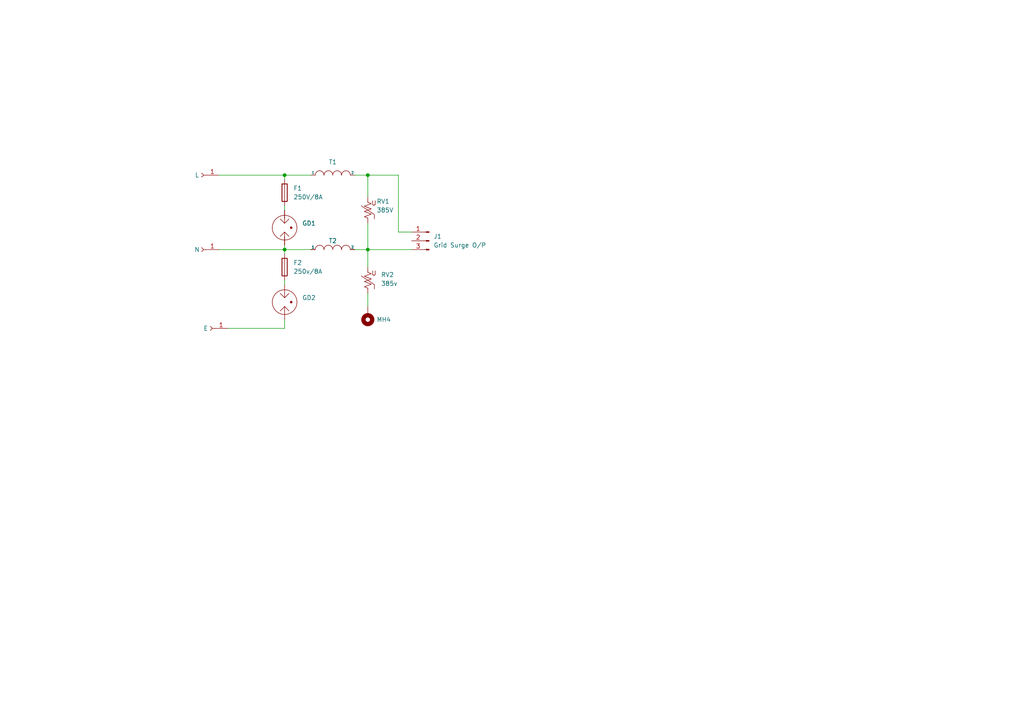
<source format=kicad_sch>
(kicad_sch (version 20211123) (generator eeschema)
  (paper "A4")
  (lib_symbols
    (symbol "Connector:Conn_01x01_Female" (pin_names (offset 1.016) hide)
      (property "Reference" "J" (at 0 2.54 0))
      (property "Value" "Conn_01x01_Female" (at 0 -2.54 0))
      (symbol "Conn_01x01_Female_1_1"
        (polyline (pts (xy -1.27 0) (xy -0.508 0)) (stroke (width 0.1524)))
        (arc (start 0 0.508) (mid -0.508 0) (end 0 -0.508) (stroke (width 0.1524)))
        (pin passive line (at -5.08 0 0) (length 3.81) (name "Pin_1") (number "1"))
      )
    )
    (symbol "Connector:Conn_01x03_Male" (pin_names (offset 1.016) hide)
      (property "Reference" "J" (at 0 5.08 0))
      (property "Value" "Conn_01x03_Male" (at 0 -5.08 0))
      (symbol "Conn_01x03_Male_1_1"
        (polyline (pts (xy 1.27 -2.54) (xy 0.8636 -2.54)) (stroke (width 0.1524)))
        (polyline (pts (xy 1.27 0) (xy 0.8636 0)) (stroke (width 0.1524)))
        (polyline (pts (xy 1.27 2.54) (xy 0.8636 2.54)) (stroke (width 0.1524)))
        (rectangle (start 0.8636 -2.413) (end 0 -2.667) (stroke (width 0.1524)) (fill (type outline)))
        (rectangle (start 0.8636 0.127) (end 0 -0.127) (stroke (width 0.1524)) (fill (type outline)))
        (rectangle (start 0.8636 2.667) (end 0 2.413) (stroke (width 0.1524)) (fill (type outline)))
        (pin passive line (at 5.08 2.54 180) (length 3.81) (name "Pin_1") (number "1"))
        (pin passive line (at 5.08 0 180) (length 3.81) (name "Pin_2") (number "2"))
        (pin passive line (at 5.08 -2.54 180) (length 3.81) (name "Pin_3") (number "3"))
      )
    )
    (symbol "Device:Fuse" (pin_numbers hide) (pin_names (offset 0))
      (property "Reference" "F" (at 2.032 0 90))
      (property "Value" "Fuse" (at -1.905 0 90))
      (symbol "Fuse_0_1"
        (rectangle (start -0.762 -2.54) (end 0.762 2.54) (stroke (width 0.254)))
        (polyline (pts (xy 0 2.54) (xy 0 -2.54)))
      )
      (symbol "Fuse_1_1"
        (pin passive line (at 0 3.81 270) (length 1.27) (name "~") (number "1"))
        (pin passive line (at 0 -3.81 90) (length 1.27) (name "~") (number "2"))
      )
    )
    (symbol "Device:GDT_2Pin" (pin_numbers hide)
      (property "Reference" "GD" (at 5.08 0 90))
      (property "Value" "GDT_2Pin" (at 7.62 0 90))
      (symbol "GDT_2Pin_0_1"
        (polyline (pts (xy 0 -2.54) (xy 0 -1.27)))
        (polyline (pts (xy 0 -1.27) (xy -1.27 -2.54)))
        (polyline (pts (xy 0 -1.27) (xy 1.27 -2.54)))
        (polyline (pts (xy 0 1.27) (xy -1.27 2.54)))
        (polyline (pts (xy 0 1.27) (xy 1.27 2.54)))
        (polyline (pts (xy 0 2.54) (xy 0 1.27)))
        (circle (center 0 0) (radius 3.5814))
        (circle (center 1.905 0) (radius 0.127))
        (circle (center 1.905 0) (radius 0.127))
        (circle (center 1.905 0) (radius 0.2794))
        (circle (center 2.032 0) (radius 0.127))
      )
      (symbol "GDT_2Pin_1_1"
        (pin passive line (at 0 -5.08 90) (length 2.54) (name "~") (number "1"))
        (pin passive line (at 0 5.08 270) (length 2.54) (name "~") (number "3"))
      )
    )
    (symbol "Device:Varistor_US" (pin_numbers hide) (pin_names (offset 0))
      (property "Reference" "RV" (at 3.175 0 90))
      (property "Value" "Varistor_US" (at -3.175 0 90))
      (symbol "Varistor_US_0_0"
        (text "U" (at -1.778 -2.032 0) (effects (font (size 1.27 1.27))))
      )
      (symbol "Varistor_US_0_1"
        (polyline (pts (xy 0 -2.286) (xy 0 -2.54)))
        (polyline (pts (xy 0 2.286) (xy 0 2.54)))
        (polyline (pts (xy -1.905 2.54) (xy -1.905 1.27) (xy 1.905 -1.27)))
        (polyline (pts (xy 0 -0.762) (xy 1.016 -1.143) (xy 0 -1.524) (xy -1.016 -1.905) (xy 0 -2.286)))
        (polyline (pts (xy 0 0.762) (xy 1.016 0.381) (xy 0 0) (xy -1.016 -0.381) (xy 0 -0.762)))
        (polyline (pts (xy 0 2.286) (xy 1.016 1.905) (xy 0 1.524) (xy -1.016 1.143) (xy 0 0.762)))
      )
      (symbol "Varistor_US_1_1"
        (pin passive line (at 0 3.81 270) (length 1.27) (name "~") (number "1"))
        (pin passive line (at 0 -3.81 90) (length 1.27) (name "~") (number "2"))
      )
    )
    (symbol "Mechanical:MountingHole_Pad" (pin_numbers hide) (pin_names (offset 1.016) hide)
      (property "Reference" "H" (at 0 6.35 0))
      (property "Value" "MountingHole_Pad" (at 0 4.445 0))
      (symbol "MountingHole_Pad_0_1"
        (circle (center 0 1.27) (radius 1.27) (stroke (width 1.27)))
      )
      (symbol "MountingHole_Pad_1_1"
        (pin input line (at 0 -2.54 90) (length 2.54) (name "1") (number "1"))
      )
    )
    (symbol "pspice:INDUCTOR" (pin_numbers hide) (pin_names (offset 0))
      (property "Reference" "L" (at 0 2.54 0))
      (property "Value" "INDUCTOR" (at 0 -1.27 0))
      (symbol "INDUCTOR_0_1"
        (arc (start -2.54 0) (mid -3.81 1.27) (end -5.08 0))
        (arc (start 0 0) (mid -1.27 1.27) (end -2.54 0))
        (arc (start 2.54 0) (mid 1.27 1.27) (end 0 0))
        (arc (start 5.08 0) (mid 3.81 1.27) (end 2.54 0))
      )
      (symbol "INDUCTOR_1_1"
        (pin input line (at -6.35 0 0) (length 1.27) (name "1") (number "1"))
        (pin input line (at 6.35 0 180) (length 1.27) (name "2") (number "2"))
      )
    )
  )
  (junction (at 82.55 50.8))
  (junction (at 106.68 72.39))
  (junction (at 106.68 50.8))
  (junction (at 82.55 72.39))
  (wire (pts (xy 106.68 72.39) (xy 106.68 77.47)))
  (wire (pts (xy 82.55 71.12) (xy 82.55 72.39)))
  (wire (pts (xy 63.5 72.39) (xy 82.55 72.39)))
  (wire (pts (xy 82.55 72.39) (xy 82.55 73.66)))
  (wire (pts (xy 106.68 64.77) (xy 106.68 72.39)))
  (wire (pts (xy 115.57 50.8) (xy 106.68 50.8)))
  (wire (pts (xy 115.57 67.31) (xy 115.57 50.8)))
  (wire (pts (xy 106.68 85.09) (xy 106.68 88.9)))
  (wire (pts (xy 106.68 50.8) (xy 106.68 57.15)))
  (wire (pts (xy 82.55 72.39) (xy 90.17 72.39)))
  (wire (pts (xy 102.87 50.8) (xy 106.68 50.8)))
  (wire (pts (xy 82.55 52.07) (xy 82.55 50.8)))
  (wire (pts (xy 115.57 67.31) (xy 119.38 67.31)))
  (wire (pts (xy 82.55 81.28) (xy 82.55 82.55)))
  (wire (pts (xy 63.5 50.8) (xy 82.55 50.8)))
  (wire (pts (xy 106.68 72.39) (xy 119.38 72.39)))
  (wire (pts (xy 102.87 72.39) (xy 106.68 72.39)))
  (wire (pts (xy 82.55 95.25) (xy 82.55 92.71)))
  (wire (pts (xy 66.04 95.25) (xy 82.55 95.25)))
  (wire (pts (xy 82.55 50.8) (xy 90.17 50.8)))
  (wire (pts (xy 82.55 59.69) (xy 82.55 60.96)))
  (symbol (lib_id "Device:Fuse") (at 82.55 77.47 180) (unit 1)
    (property "Reference" "F2" (at 85.09 76.1999 0) (effects (justify right)))
    (property "Value" "250v/8A" (at 85.09 78.7399 0) (effects (justify right)))
  )
  (symbol (lib_id "Connector:Conn_01x01_Female") (at 60.96 95.25 180) (unit 1)
    (property "Reference" "TP3" (effects hide))
    (property "Value" "E" (at 59.69 95.25 0))
  )
  (symbol (lib_id "Device:Fuse") (at 82.55 55.88 180) (unit 1)
    (property "Reference" "F1" (at 85.09 54.6099 0) (effects (justify right)))
    (property "Value" "250V/8A" (at 85.09 57.1499 0) (effects (justify right)))
  )
  (symbol (lib_id "Connector:Conn_01x01_Female") (at 58.42 72.39 0) (mirror y) (unit 1)
    (property "Reference" "TP2" (effects hide))
    (property "Value" "N" (at 57.15 72.39 0))
  )
  (symbol (lib_id "Mechanical:MountingHole_Pad") (at 106.68 91.44 180) (unit 1)
    (property "Reference" "MH4" (at 109.22 92.71 0) (effects (justify right)))
    (property "Value" "MH4" (effects hide))
  )
  (symbol (lib_id "Device:Varistor_US") (at 106.68 81.28 180) (unit 1)
    (property "Reference" "RV2" (at 110.49 79.6932 0) (effects (justify right)))
    (property "Value" "385v" (at 110.49 82.2332 0) (effects (justify right)))
  )
  (symbol (lib_id "Connector:Conn_01x03_Male") (at 124.46 69.85 0) (mirror y) (unit 1)
    (property "Reference" "J1" (at 125.73 68.5799 0) (effects (justify right)))
    (property "Value" "Grid Surge O/P" (at 125.73 71.1199 0) (effects (justify right)))
  )
  (symbol (lib_id "Connector:Conn_01x01_Female") (at 58.42 50.8 0) (mirror y) (unit 1)
    (property "Reference" "TP1" (effects hide))
    (property "Value" "L" (at 57.15 50.8 0))
  )
  (symbol (lib_id "pspice:INDUCTOR") (at 96.52 50.8 0) (unit 1)
    (property "Reference" "T1" (at 96.52 46.99 0))
    (property "Value" "INDUCTOR" (effects hide))
  )
  (symbol (lib_id "pspice:INDUCTOR") (at 96.52 72.39 0) (unit 1)
    (property "Reference" "T2" (at 96.52 69.85 0))
    (property "Value" "INDUCTOR" (effects hide))
  )
  (symbol (lib_id "Device:GDT_2Pin") (at 82.55 66.04 0) (unit 1)
    (property "Reference" "GD1" (at 87.63 64.7699 0) (effects (justify left)))
    (property "Value" "GDT_2Pin" (effects hide))
  )
  (symbol (lib_id "Device:Varistor_US") (at 106.68 60.96 180) (unit 1)
    (property "Reference" "RV1" (at 109.22 58.42 0) (effects (justify right)))
    (property "Value" "385V" (at 109.22 60.96 0) (effects (justify right)))
  )
  (symbol (lib_id "Device:GDT_2Pin") (at 82.55 87.63 0) (unit 1)
    (property "Reference" "GD2" (at 87.63 86.3599 0) (effects (justify left)))
    (property "Value" "GDT_2Pin" (effects hide))
  )
)
</source>
